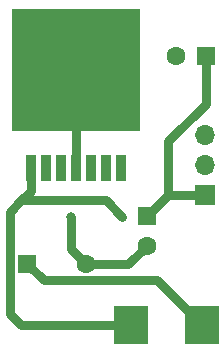
<source format=gbr>
%TF.GenerationSoftware,KiCad,Pcbnew,8.0.1-rc1*%
%TF.CreationDate,2024-10-01T13:14:16-07:00*%
%TF.ProjectId,LM2670-ADJ-Carrier-Set-SMD,4c4d3236-3730-42d4-9144-4a2d43617272,rev?*%
%TF.SameCoordinates,Original*%
%TF.FileFunction,Copper,L1,Top*%
%TF.FilePolarity,Positive*%
%FSLAX46Y46*%
G04 Gerber Fmt 4.6, Leading zero omitted, Abs format (unit mm)*
G04 Created by KiCad (PCBNEW 8.0.1-rc1) date 2024-10-01 13:14:16*
%MOMM*%
%LPD*%
G01*
G04 APERTURE LIST*
%TA.AperFunction,SMDPad,CuDef*%
%ADD10R,2.850000X3.300000*%
%TD*%
%TA.AperFunction,ComponentPad*%
%ADD11R,1.700000X1.700000*%
%TD*%
%TA.AperFunction,ComponentPad*%
%ADD12O,1.700000X1.700000*%
%TD*%
%TA.AperFunction,ComponentPad*%
%ADD13R,1.600000X1.600000*%
%TD*%
%TA.AperFunction,ComponentPad*%
%ADD14C,1.600000*%
%TD*%
%TA.AperFunction,SMDPad,CuDef*%
%ADD15R,0.910000X2.160000*%
%TD*%
%TA.AperFunction,SMDPad,CuDef*%
%ADD16R,10.800000X10.410000*%
%TD*%
%TA.AperFunction,ViaPad*%
%ADD17C,0.800000*%
%TD*%
%TA.AperFunction,Conductor*%
%ADD18C,0.762000*%
%TD*%
G04 APERTURE END LIST*
D10*
%TO.P,L1,1*%
%TO.N,Net-(IC1-SWITCH_OUTPUT)*%
X146853314Y-112641863D03*
%TO.P,L1,2*%
%TO.N,Net-(J1-Pin_2)*%
X152803314Y-112641863D03*
%TD*%
D11*
%TO.P,J1,1,Pin_1*%
%TO.N,+VDC*%
X153109449Y-101617000D03*
D12*
%TO.P,J1,2,Pin_2*%
%TO.N,Net-(J1-Pin_2)*%
X153109449Y-99077000D03*
%TO.P,J1,3,Pin_3*%
%TO.N,GND*%
X153109449Y-96537000D03*
%TD*%
D13*
%TO.P,C5,1*%
%TO.N,Net-(J1-Pin_2)*%
X138049386Y-107482969D03*
D14*
%TO.P,C5,2*%
%TO.N,GND*%
X143049386Y-107482969D03*
%TD*%
D13*
%TO.P,C2,1*%
%TO.N,+VDC*%
X148158263Y-103439855D03*
D14*
%TO.P,C2,2*%
%TO.N,GND*%
X148158263Y-105939855D03*
%TD*%
D13*
%TO.P,C1,1*%
%TO.N,+VDC*%
X153150694Y-89852484D03*
D14*
%TO.P,C1,2*%
%TO.N,GND*%
X150650694Y-89852484D03*
%TD*%
D15*
%TO.P,IC1,1,SWITCH_OUTPUT*%
%TO.N,Net-(IC1-SWITCH_OUTPUT)*%
X138351749Y-99356800D03*
%TO.P,IC1,2,INPUT*%
%TO.N,+VDC*%
X139621749Y-99356800D03*
%TO.P,IC1,3,CBOOST/CB*%
%TO.N,Net-(IC1-CBOOST{slash}CB)*%
X140891749Y-99356800D03*
%TO.P,IC1,4,GND*%
%TO.N,GND*%
X142161749Y-99356800D03*
%TO.P,IC1,5,SYNC*%
%TO.N,unconnected-(IC1-SYNC-Pad5)*%
X143431749Y-99356800D03*
%TO.P,IC1,6,FEEDBACK/FB*%
%TO.N,Net-(IC1-FEEDBACK{slash}FB)*%
X144701749Y-99356800D03*
%TO.P,IC1,7,ON/~{OFF}*%
%TO.N,unconnected-(IC1-ON{slash}~{OFF}-Pad7)*%
X145971749Y-99356800D03*
D16*
%TO.P,IC1,8,EP*%
%TO.N,GND*%
X142161749Y-91036800D03*
%TD*%
D17*
%TO.N,Net-(IC1-SWITCH_OUTPUT)*%
X146092143Y-103476173D03*
%TO.N,GND*%
X142198017Y-99398795D03*
X146294332Y-89975243D03*
%TO.N,+VDC*%
X139621749Y-99356800D03*
%TO.N,GND*%
X141763067Y-103490944D03*
%TO.N,Net-(IC1-CBOOST{slash}CB)*%
X140905938Y-99349110D03*
%TO.N,Net-(IC1-SWITCH_OUTPUT)*%
X138351749Y-99356800D03*
%TO.N,Net-(IC1-FEEDBACK{slash}FB)*%
X144692395Y-99316770D03*
%TD*%
D18*
%TO.N,+VDC*%
X149981118Y-97053325D02*
X149981118Y-101617000D01*
X153150694Y-93883749D02*
X149981118Y-97053325D01*
X153150694Y-89852484D02*
X153150694Y-93883749D01*
%TO.N,Net-(IC1-SWITCH_OUTPUT)*%
X137542054Y-102061496D02*
X144677466Y-102061496D01*
X137542054Y-102061496D02*
X138351749Y-101251800D01*
X136571683Y-103031866D02*
X137542054Y-102061496D01*
X144677466Y-102061496D02*
X146092143Y-103476173D01*
%TO.N,GND*%
X141763067Y-106196650D02*
X143049386Y-107482969D01*
X141763067Y-103490944D02*
X141763067Y-106196650D01*
%TO.N,+VDC*%
X153109449Y-101617000D02*
X149981118Y-101617000D01*
X149981118Y-101617000D02*
X148158263Y-103439855D01*
%TO.N,GND*%
X143049386Y-107482969D02*
X146615149Y-107482969D01*
X142161749Y-99301423D02*
X142161749Y-91036800D01*
X146615149Y-107482969D02*
X148158263Y-105939855D01*
%TO.N,Net-(IC1-SWITCH_OUTPUT)*%
X136571683Y-111738167D02*
X136571683Y-103031866D01*
X138351749Y-101251800D02*
X138351749Y-99356800D01*
X137475379Y-112641863D02*
X146853314Y-112641863D01*
X136571683Y-111738167D02*
X137475379Y-112641863D01*
%TO.N,Net-(J1-Pin_2)*%
X139430386Y-108863969D02*
X149025420Y-108863969D01*
X138049386Y-107482969D02*
X139430386Y-108863969D01*
X149025420Y-108863969D02*
X152803314Y-112641863D01*
%TD*%
M02*

</source>
